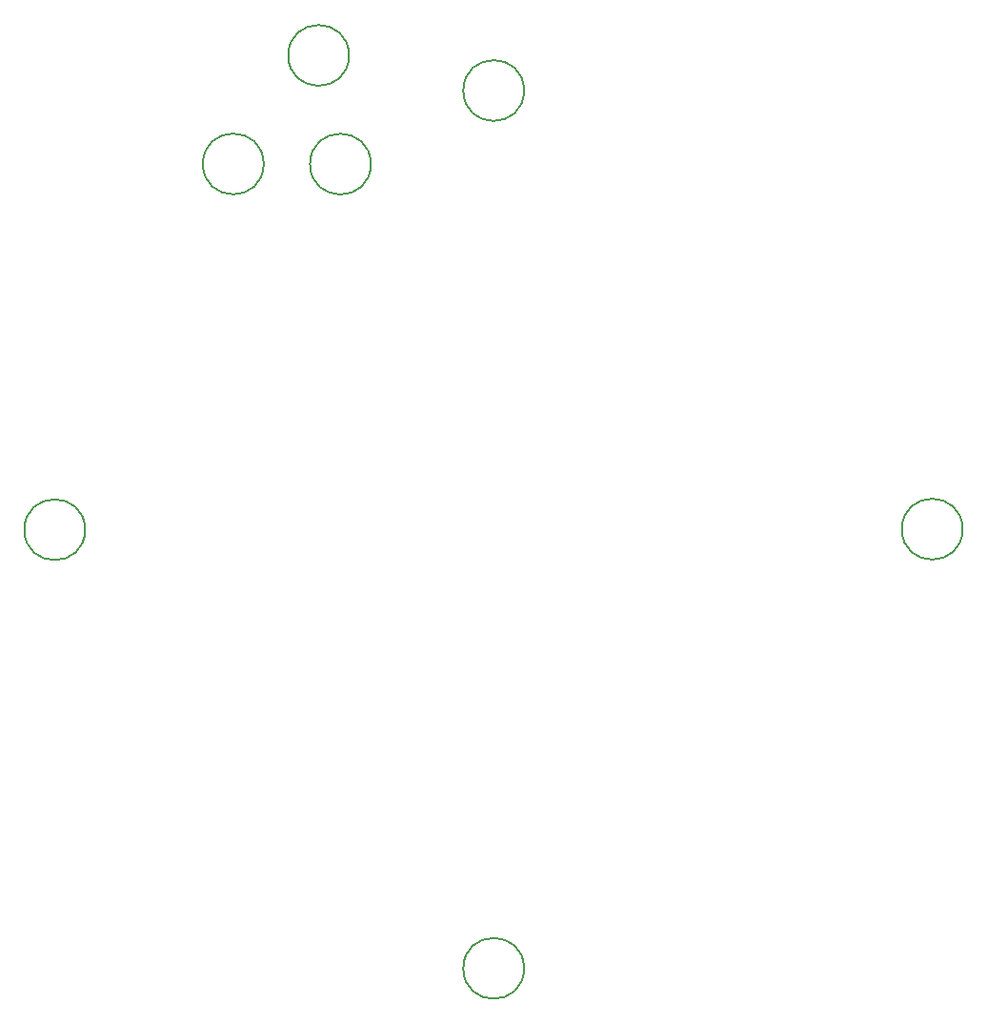
<source format=gbr>
%TF.GenerationSoftware,KiCad,Pcbnew,8.0.2-1*%
%TF.CreationDate,2024-06-23T19:16:47-07:00*%
%TF.ProjectId,antenna_top_cap_v2,616e7465-6e6e-4615-9f74-6f705f636170,rev?*%
%TF.SameCoordinates,Original*%
%TF.FileFunction,Other,Comment*%
%FSLAX46Y46*%
G04 Gerber Fmt 4.6, Leading zero omitted, Abs format (unit mm)*
G04 Created by KiCad (PCBNEW 8.0.2-1) date 2024-06-23 19:16:47*
%MOMM*%
%LPD*%
G01*
G04 APERTURE LIST*
%ADD10C,0.150000*%
G04 APERTURE END LIST*
D10*
%TO.C,TP3*%
X152975800Y-70119400D02*
G75*
G02*
X147575800Y-70119400I-2700000J0D01*
G01*
X147575800Y-70119400D02*
G75*
G02*
X152975800Y-70119400I2700000J0D01*
G01*
%TO.C,TP7*%
X145393713Y-79756113D02*
G75*
G02*
X139993713Y-79756113I-2700000J0D01*
G01*
X139993713Y-79756113D02*
G75*
G02*
X145393713Y-79756113I2700000J0D01*
G01*
%TO.C,TP2*%
X154915800Y-79769400D02*
G75*
G02*
X149515800Y-79769400I-2700000J0D01*
G01*
X149515800Y-79769400D02*
G75*
G02*
X154915800Y-79769400I2700000J0D01*
G01*
%TO.C,TP5*%
X129525800Y-112239400D02*
G75*
G02*
X124125800Y-112239400I-2700000J0D01*
G01*
X124125800Y-112239400D02*
G75*
G02*
X129525800Y-112239400I2700000J0D01*
G01*
%TO.C,TP6*%
X168535800Y-73239400D02*
G75*
G02*
X163135800Y-73239400I-2700000J0D01*
G01*
X163135800Y-73239400D02*
G75*
G02*
X168535800Y-73239400I2700000J0D01*
G01*
%TO.C,TP1*%
X168535800Y-151189400D02*
G75*
G02*
X163135800Y-151189400I-2700000J0D01*
G01*
X163135800Y-151189400D02*
G75*
G02*
X168535800Y-151189400I2700000J0D01*
G01*
%TO.C,TP4*%
X207505800Y-112189400D02*
G75*
G02*
X202105800Y-112189400I-2700000J0D01*
G01*
X202105800Y-112189400D02*
G75*
G02*
X207505800Y-112189400I2700000J0D01*
G01*
%TD*%
M02*

</source>
